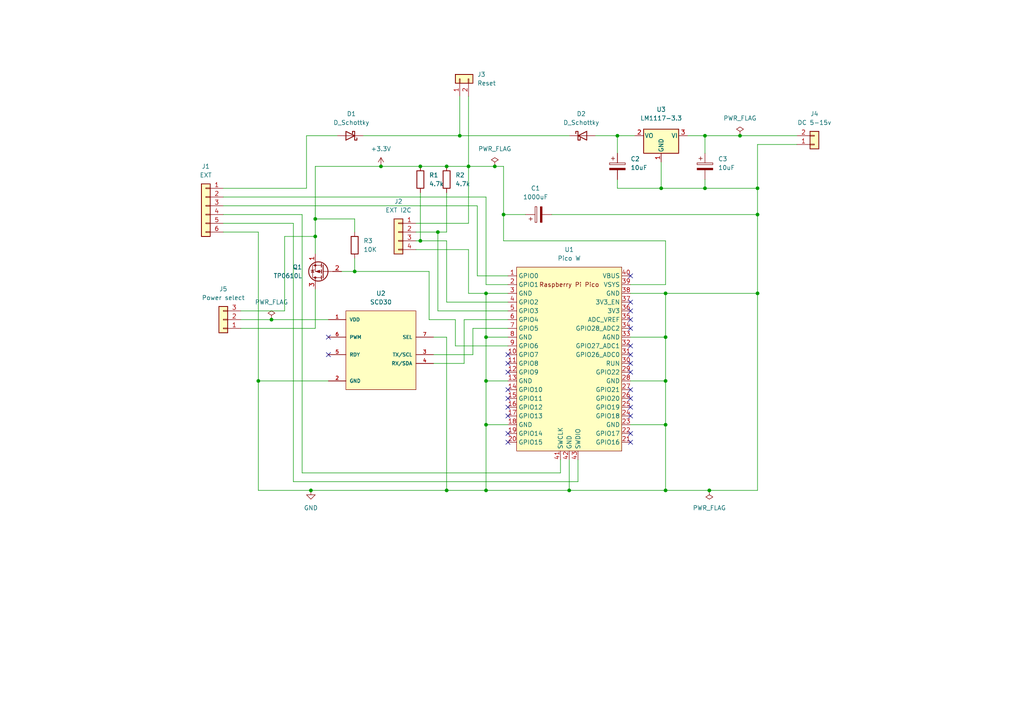
<source format=kicad_sch>
(kicad_sch (version 20211123) (generator eeschema)
  (paper "A4")
  (lib_symbols
    (symbol "Conn_01x02_2" (pin_names (offset 1.016) hide)
      (property "Reference" "J" (at 0 2.54 0))
      (property "Value" "Conn_01x02_2" (at 0 -5.08 0))
      (symbol "Conn_01x02_2_1_1"
        (rectangle (start -1.27 -2.413) (end 0 -2.667) (stroke (width 0.1524)))
        (rectangle (start -1.27 0.127) (end 0 -0.127) (stroke (width 0.1524)))
        (rectangle (start -1.27 1.27) (end 1.27 -3.81) (stroke (width 0.254)) (fill (type background)))
        (pin passive line (at -5.08 0 0) (length 3.81) (name "Pin_1") (number "1"))
        (pin passive line (at -5.08 -2.54 0) (length 3.81) (name "Pin_2") (number "2"))
      )
    )
    (symbol "Conn_01x06_1" (pin_names (offset 1.016) hide)
      (property "Reference" "J" (at 0 7.62 0))
      (property "Value" "Conn_01x06_1" (at 0 -10.16 0))
      (symbol "Conn_01x06_1_1_1"
        (rectangle (start -1.27 -7.493) (end 0 -7.747) (stroke (width 0.1524)))
        (rectangle (start -1.27 -4.953) (end 0 -5.207) (stroke (width 0.1524)))
        (rectangle (start -1.27 -2.413) (end 0 -2.667) (stroke (width 0.1524)))
        (rectangle (start -1.27 0.127) (end 0 -0.127) (stroke (width 0.1524)))
        (rectangle (start -1.27 2.667) (end 0 2.413) (stroke (width 0.1524)))
        (rectangle (start -1.27 5.207) (end 0 4.953) (stroke (width 0.1524)))
        (rectangle (start -1.27 6.35) (end 1.27 -8.89) (stroke (width 0.254)) (fill (type background)))
        (pin passive line (at -5.08 5.08 0) (length 3.81) (name "Pin_1") (number "1"))
        (pin passive line (at -5.08 2.54 0) (length 3.81) (name "Pin_2") (number "2"))
        (pin passive line (at -5.08 0 0) (length 3.81) (name "Pin_3") (number "3"))
        (pin passive line (at -5.08 -2.54 0) (length 3.81) (name "Pin_4") (number "4"))
        (pin passive line (at -5.08 -5.08 0) (length 3.81) (name "Pin_5") (number "5"))
        (pin passive line (at -5.08 -7.62 0) (length 3.81) (name "Pin_6") (number "6"))
      )
    )
    (symbol "Connector_Generic:Conn_01x02" (pin_names (offset 1.016) hide)
      (property "Reference" "J" (at 0 2.54 0))
      (property "Value" "Conn_01x02" (at 0 -5.08 0))
      (symbol "Conn_01x02_1_1"
        (rectangle (start -1.27 -2.413) (end 0 -2.667) (stroke (width 0.1524)))
        (rectangle (start -1.27 0.127) (end 0 -0.127) (stroke (width 0.1524)))
        (rectangle (start -1.27 1.27) (end 1.27 -3.81) (stroke (width 0.254)) (fill (type background)))
        (pin passive line (at -5.08 0 0) (length 3.81) (name "Pin_1") (number "1"))
        (pin passive line (at -5.08 -2.54 0) (length 3.81) (name "Pin_2") (number "2"))
      )
    )
    (symbol "Connector_Generic:Conn_01x03" (pin_names (offset 1.016) hide)
      (property "Reference" "J" (at 0 5.08 0))
      (property "Value" "Conn_01x03" (at 0 -5.08 0))
      (symbol "Conn_01x03_1_1"
        (rectangle (start -1.27 -2.413) (end 0 -2.667) (stroke (width 0.1524)))
        (rectangle (start -1.27 0.127) (end 0 -0.127) (stroke (width 0.1524)))
        (rectangle (start -1.27 2.667) (end 0 2.413) (stroke (width 0.1524)))
        (rectangle (start -1.27 3.81) (end 1.27 -3.81) (stroke (width 0.254)) (fill (type background)))
        (pin passive line (at -5.08 2.54 0) (length 3.81) (name "Pin_1") (number "1"))
        (pin passive line (at -5.08 0 0) (length 3.81) (name "Pin_2") (number "2"))
        (pin passive line (at -5.08 -2.54 0) (length 3.81) (name "Pin_3") (number "3"))
      )
    )
    (symbol "Connector_Generic:Conn_01x04" (pin_names (offset 1.016) hide)
      (property "Reference" "J" (at 0 5.08 0))
      (property "Value" "Conn_01x04" (at 0 -7.62 0))
      (symbol "Conn_01x04_1_1"
        (rectangle (start -1.27 -4.953) (end 0 -5.207) (stroke (width 0.1524)))
        (rectangle (start -1.27 -2.413) (end 0 -2.667) (stroke (width 0.1524)))
        (rectangle (start -1.27 0.127) (end 0 -0.127) (stroke (width 0.1524)))
        (rectangle (start -1.27 2.667) (end 0 2.413) (stroke (width 0.1524)))
        (rectangle (start -1.27 3.81) (end 1.27 -6.35) (stroke (width 0.254)) (fill (type background)))
        (pin passive line (at -5.08 2.54 0) (length 3.81) (name "Pin_1") (number "1"))
        (pin passive line (at -5.08 0 0) (length 3.81) (name "Pin_2") (number "2"))
        (pin passive line (at -5.08 -2.54 0) (length 3.81) (name "Pin_3") (number "3"))
        (pin passive line (at -5.08 -5.08 0) (length 3.81) (name "Pin_4") (number "4"))
      )
    )
    (symbol "Device:C_Polarized" (pin_numbers hide) (pin_names (offset 0.254))
      (property "Reference" "C" (at 0.635 2.54 0))
      (property "Value" "C_Polarized" (at 0.635 -2.54 0))
      (symbol "C_Polarized_0_1"
        (rectangle (start -2.286 0.508) (end 2.286 1.016))
        (polyline (pts (xy -1.778 2.286) (xy -0.762 2.286)))
        (polyline (pts (xy -1.27 2.794) (xy -1.27 1.778)))
        (rectangle (start 2.286 -0.508) (end -2.286 -1.016) (fill (type outline)))
      )
      (symbol "C_Polarized_1_1"
        (pin passive line (at 0 3.81 270) (length 2.794) (name "~") (number "1"))
        (pin passive line (at 0 -3.81 90) (length 2.794) (name "~") (number "2"))
      )
    )
    (symbol "Device:D_Schottky" (pin_numbers hide) (pin_names (offset 1.016) hide)
      (property "Reference" "D" (at 0 2.54 0))
      (property "Value" "D_Schottky" (at 0 -2.54 0))
      (symbol "D_Schottky_0_1"
        (polyline (pts (xy 1.27 0) (xy -1.27 0)))
        (polyline (pts (xy 1.27 1.27) (xy 1.27 -1.27) (xy -1.27 0) (xy 1.27 1.27)) (stroke (width 0.254)))
        (polyline (pts (xy -1.905 0.635) (xy -1.905 1.27) (xy -1.27 1.27) (xy -1.27 -1.27) (xy -0.635 -1.27) (xy -0.635 -0.635)) (stroke (width 0.254)))
      )
      (symbol "D_Schottky_1_1"
        (pin passive line (at -3.81 0 0) (length 2.54) (name "K") (number "1"))
        (pin passive line (at 3.81 0 180) (length 2.54) (name "A") (number "2"))
      )
    )
    (symbol "Device:R" (pin_numbers hide) (pin_names (offset 0))
      (property "Reference" "R" (at 2.032 0 90))
      (property "Value" "R" (at 0 0 90))
      (symbol "R_0_1"
        (rectangle (start -1.016 -2.54) (end 1.016 2.54) (stroke (width 0.254)))
      )
      (symbol "R_1_1"
        (pin passive line (at 0 3.81 270) (length 1.27) (name "~") (number "1"))
        (pin passive line (at 0 -3.81 90) (length 1.27) (name "~") (number "2"))
      )
    )
    (symbol "MCU_RaspberryPi_and_Boards:Pico"
      (property "Reference" "U" (at -13.97 27.94 0))
      (property "Value" "Pico" (at 0 19.05 0))
      (symbol "Pico_0_0"
        (text "Raspberry Pi Pico" (at 0 21.59 0) (effects (font (size 1.27 1.27))))
      )
      (symbol "Pico_0_1"
        (rectangle (start -15.24 26.67) (end 15.24 -26.67) (fill (type background)))
      )
      (symbol "Pico_1_1"
        (pin bidirectional line (at -17.78 24.13 0) (length 2.54) (name "GPIO0") (number "1"))
        (pin bidirectional line (at -17.78 1.27 0) (length 2.54) (name "GPIO7") (number "10"))
        (pin bidirectional line (at -17.78 -1.27 0) (length 2.54) (name "GPIO8") (number "11"))
        (pin bidirectional line (at -17.78 -3.81 0) (length 2.54) (name "GPIO9") (number "12"))
        (pin power_in line (at -17.78 -6.35 0) (length 2.54) (name "GND") (number "13"))
        (pin bidirectional line (at -17.78 -8.89 0) (length 2.54) (name "GPIO10") (number "14"))
        (pin bidirectional line (at -17.78 -11.43 0) (length 2.54) (name "GPIO11") (number "15"))
        (pin bidirectional line (at -17.78 -13.97 0) (length 2.54) (name "GPIO12") (number "16"))
        (pin bidirectional line (at -17.78 -16.51 0) (length 2.54) (name "GPIO13") (number "17"))
        (pin power_in line (at -17.78 -19.05 0) (length 2.54) (name "GND") (number "18"))
        (pin bidirectional line (at -17.78 -21.59 0) (length 2.54) (name "GPIO14") (number "19"))
        (pin bidirectional line (at -17.78 21.59 0) (length 2.54) (name "GPIO1") (number "2"))
        (pin bidirectional line (at -17.78 -24.13 0) (length 2.54) (name "GPIO15") (number "20"))
        (pin bidirectional line (at 17.78 -24.13 180) (length 2.54) (name "GPIO16") (number "21"))
        (pin bidirectional line (at 17.78 -21.59 180) (length 2.54) (name "GPIO17") (number "22"))
        (pin power_in line (at 17.78 -19.05 180) (length 2.54) (name "GND") (number "23"))
        (pin bidirectional line (at 17.78 -16.51 180) (length 2.54) (name "GPIO18") (number "24"))
        (pin bidirectional line (at 17.78 -13.97 180) (length 2.54) (name "GPIO19") (number "25"))
        (pin bidirectional line (at 17.78 -11.43 180) (length 2.54) (name "GPIO20") (number "26"))
        (pin bidirectional line (at 17.78 -8.89 180) (length 2.54) (name "GPIO21") (number "27"))
        (pin power_in line (at 17.78 -6.35 180) (length 2.54) (name "GND") (number "28"))
        (pin bidirectional line (at 17.78 -3.81 180) (length 2.54) (name "GPIO22") (number "29"))
        (pin power_in line (at -17.78 19.05 0) (length 2.54) (name "GND") (number "3"))
        (pin input line (at 17.78 -1.27 180) (length 2.54) (name "RUN") (number "30"))
        (pin bidirectional line (at 17.78 1.27 180) (length 2.54) (name "GPIO26_ADC0") (number "31"))
        (pin bidirectional line (at 17.78 3.81 180) (length 2.54) (name "GPIO27_ADC1") (number "32"))
        (pin power_in line (at 17.78 6.35 180) (length 2.54) (name "AGND") (number "33"))
        (pin bidirectional line (at 17.78 8.89 180) (length 2.54) (name "GPIO28_ADC2") (number "34"))
        (pin power_in line (at 17.78 11.43 180) (length 2.54) (name "ADC_VREF") (number "35"))
        (pin power_in line (at 17.78 13.97 180) (length 2.54) (name "3V3") (number "36"))
        (pin input line (at 17.78 16.51 180) (length 2.54) (name "3V3_EN") (number "37"))
        (pin power_in line (at 17.78 19.05 180) (length 2.54) (name "GND") (number "38"))
        (pin power_in line (at 17.78 21.59 180) (length 2.54) (name "VSYS") (number "39"))
        (pin bidirectional line (at -17.78 16.51 0) (length 2.54) (name "GPIO2") (number "4"))
        (pin power_in line (at 17.78 24.13 180) (length 2.54) (name "VBUS") (number "40"))
        (pin input line (at -2.54 -29.21 90) (length 2.54) (name "SWCLK") (number "41"))
        (pin power_in line (at 0 -29.21 90) (length 2.54) (name "GND") (number "42"))
        (pin bidirectional line (at 2.54 -29.21 90) (length 2.54) (name "SWDIO") (number "43"))
        (pin bidirectional line (at -17.78 13.97 0) (length 2.54) (name "GPIO3") (number "5"))
        (pin bidirectional line (at -17.78 11.43 0) (length 2.54) (name "GPIO4") (number "6"))
        (pin bidirectional line (at -17.78 8.89 0) (length 2.54) (name "GPIO5") (number "7"))
        (pin power_in line (at -17.78 6.35 0) (length 2.54) (name "GND") (number "8"))
        (pin bidirectional line (at -17.78 3.81 0) (length 2.54) (name "GPIO6") (number "9"))
      )
    )
    (symbol "Regulator_Linear:LM1117-3.3" (pin_names (offset 0.254))
      (property "Reference" "U" (at -3.81 3.175 0))
      (property "Value" "LM1117-3.3" (at 0 3.175 0))
      (symbol "LM1117-3.3_0_1"
        (rectangle (start -5.08 -5.08) (end 5.08 1.905) (stroke (width 0.254)) (fill (type background)))
      )
      (symbol "LM1117-3.3_1_1"
        (pin power_in line (at 0 -7.62 90) (length 2.54) (name "GND") (number "1"))
        (pin power_out line (at 7.62 0 180) (length 2.54) (name "VO") (number "2"))
        (pin power_in line (at -7.62 0 0) (length 2.54) (name "VI") (number "3"))
      )
    )
    (symbol "SCD30:SCD30" (pin_names (offset 1.016))
      (property "Reference" "U" (at -10.16 13.462 0))
      (property "Value" "SCD30" (at -10.16 -12.7 0))
      (symbol "SCD30_0_0"
        (rectangle (start -10.16 -10.16) (end 10.16 12.7) (stroke (width 0.1524)) (fill (type background)))
        (pin power_in line (at 15.24 10.16 180) (length 5.08) (name "VDD") (number "1"))
        (pin power_in line (at 15.24 -7.62 180) (length 5.08) (name "GND") (number "2"))
        (pin bidirectional line (at -15.24 0 0) (length 5.08) (name "TX/SCL") (number "3"))
        (pin bidirectional line (at -15.24 -2.54 0) (length 5.08) (name "RX/SDA") (number "4"))
        (pin bidirectional line (at 15.24 0 180) (length 5.08) (name "RDY") (number "5"))
        (pin output line (at 15.24 5.08 180) (length 5.08) (name "PWM") (number "6"))
        (pin input line (at -15.24 5.08 0) (length 5.08) (name "SEL") (number "7"))
      )
    )
    (symbol "Transistor_FET:TP0610L" (pin_names hide)
      (property "Reference" "Q" (at 5.08 1.905 0))
      (property "Value" "TP0610L" (at 5.08 0 0))
      (symbol "TP0610L_0_1"
        (polyline (pts (xy 0.254 0) (xy -2.54 0)))
        (polyline (pts (xy 0.254 1.905) (xy 0.254 -1.905)) (stroke (width 0.254)))
        (polyline (pts (xy 0.762 -1.27) (xy 0.762 -2.286)) (stroke (width 0.254)))
        (polyline (pts (xy 0.762 0.508) (xy 0.762 -0.508)) (stroke (width 0.254)))
        (polyline (pts (xy 0.762 2.286) (xy 0.762 1.27)) (stroke (width 0.254)))
        (polyline (pts (xy 2.54 2.54) (xy 2.54 1.778)))
        (polyline (pts (xy 2.54 -2.54) (xy 2.54 0) (xy 0.762 0)))
        (polyline (pts (xy 0.762 1.778) (xy 3.302 1.778) (xy 3.302 -1.778) (xy 0.762 -1.778)))
        (polyline (pts (xy 2.286 0) (xy 1.27 0.381) (xy 1.27 -0.381) (xy 2.286 0)) (fill (type outline)))
        (polyline (pts (xy 2.794 -0.508) (xy 2.921 -0.381) (xy 3.683 -0.381) (xy 3.81 -0.254)))
        (polyline (pts (xy 3.302 -0.381) (xy 2.921 0.254) (xy 3.683 0.254) (xy 3.302 -0.381)))
        (circle (center 1.651 0) (radius 2.794) (stroke (width 0.254)))
        (circle (center 2.54 -1.778) (radius 0.254) (fill (type outline)))
        (circle (center 2.54 1.778) (radius 0.254) (fill (type outline)))
      )
      (symbol "TP0610L_1_1"
        (pin passive line (at 2.54 -5.08 90) (length 2.54) (name "S") (number "1"))
        (pin input line (at -5.08 0 0) (length 2.54) (name "G") (number "2"))
        (pin passive line (at 2.54 5.08 270) (length 2.54) (name "D") (number "3"))
      )
    )
    (symbol "power:+3.3V" (power) (pin_names (offset 0))
      (property "Value" "+3.3V" (at 0 3.556 0))
      (symbol "+3.3V_0_1"
        (polyline (pts (xy -0.762 1.27) (xy 0 2.54)))
        (polyline (pts (xy 0 0) (xy 0 2.54)))
        (polyline (pts (xy 0 2.54) (xy 0.762 1.27)))
      )
      (symbol "+3.3V_1_1"
        (pin power_in line (at 0 0 90) (length 0) hide (name "+3.3V") (number "1"))
      )
    )
    (symbol "power:GND" (power) (pin_names (offset 0))
      (property "Value" "GND" (at 0 -3.81 0))
      (symbol "GND_0_1"
        (polyline (pts (xy 0 0) (xy 0 -1.27) (xy 1.27 -1.27) (xy 0 -2.54) (xy -1.27 -1.27) (xy 0 -1.27)))
      )
      (symbol "GND_1_1"
        (pin power_in line (at 0 0 270) (length 0) hide (name "GND") (number "1"))
      )
    )
    (symbol "power:PWR_FLAG" (power) (pin_numbers hide) (pin_names (offset 0) hide)
      (property "Value" "PWR_FLAG" (at 0 3.81 0))
      (symbol "PWR_FLAG_0_0"
        (pin power_out line (at 0 0 90) (length 0) (name "pwr") (number "1"))
      )
      (symbol "PWR_FLAG_0_1"
        (polyline (pts (xy 0 0) (xy 0 1.27) (xy -1.016 1.905) (xy 0 2.54) (xy 1.016 1.905) (xy 0 1.27)))
      )
    )
  )
  (junction (at 91.44 68.58))
  (junction (at 204.47 54.61))
  (junction (at 193.04 110.49))
  (junction (at 140.97 142.24))
  (junction (at 140.97 123.19))
  (junction (at 146.05 62.23))
  (junction (at 143.51 48.26))
  (junction (at 121.92 69.85))
  (junction (at 90.17 142.24))
  (junction (at 193.04 142.24))
  (junction (at 121.92 48.26))
  (junction (at 193.04 97.79))
  (junction (at 193.04 123.19))
  (junction (at 193.04 85.09))
  (junction (at 179.07 39.37))
  (junction (at 127 67.31))
  (junction (at 91.44 63.5))
  (junction (at 219.71 54.61))
  (junction (at 219.71 62.23))
  (junction (at 78.74 92.71))
  (junction (at 140.97 97.79))
  (junction (at 74.93 110.49))
  (junction (at 110.49 48.26))
  (junction (at 165.1 142.24))
  (junction (at 219.71 85.09))
  (junction (at 129.54 48.26))
  (junction (at 140.97 85.09))
  (junction (at 102.87 78.74))
  (junction (at 140.97 110.49))
  (junction (at 191.77 54.61))
  (junction (at 135.89 48.26))
  (junction (at 133.35 39.37))
  (junction (at 214.63 39.37))
  (junction (at 204.47 39.37))
  (junction (at 129.54 142.24))
  (junction (at 205.74 142.24))
  (no_connect (at 182.88 87.63))
  (no_connect (at 147.32 102.87))
  (no_connect (at 147.32 105.41))
  (no_connect (at 147.32 120.65))
  (no_connect (at 147.32 107.95))
  (no_connect (at 147.32 113.03))
  (no_connect (at 147.32 115.57))
  (no_connect (at 147.32 118.11))
  (no_connect (at 147.32 128.27))
  (no_connect (at 147.32 125.73))
  (no_connect (at 182.88 102.87))
  (no_connect (at 182.88 105.41))
  (no_connect (at 182.88 107.95))
  (no_connect (at 182.88 125.73))
  (no_connect (at 182.88 128.27))
  (no_connect (at 182.88 118.11))
  (no_connect (at 182.88 120.65))
  (no_connect (at 182.88 100.33))
  (no_connect (at 182.88 113.03))
  (no_connect (at 182.88 115.57))
  (no_connect (at 182.88 92.71))
  (no_connect (at 182.88 95.25))
  (no_connect (at 182.88 90.17))
  (no_connect (at 182.88 80.01))
  (no_connect (at 95.25 102.87))
  (no_connect (at 95.25 97.79))
  (wire (pts (xy 219.71 85.09) (xy 219.71 142.24)))
  (wire (pts (xy 135.89 48.26) (xy 143.51 48.26)))
  (wire (pts (xy 140.97 85.09) (xy 140.97 97.79)))
  (wire (pts (xy 74.93 142.24) (xy 90.17 142.24)))
  (wire (pts (xy 140.97 97.79) (xy 147.32 97.79)))
  (wire (pts (xy 137.16 102.87) (xy 137.16 95.25)))
  (wire (pts (xy 74.93 110.49) (xy 74.93 142.24)))
  (wire (pts (xy 204.47 54.61) (xy 219.71 54.61)))
  (wire (pts (xy 88.9 54.61) (xy 88.9 39.37)))
  (wire (pts (xy 69.85 90.17) (xy 82.55 90.17)))
  (wire (pts (xy 146.05 48.26) (xy 146.05 62.23)))
  (wire (pts (xy 129.54 87.63) (xy 129.54 69.85)))
  (wire (pts (xy 135.89 85.09) (xy 140.97 85.09)))
  (wire (pts (xy 134.62 105.41) (xy 134.62 92.71)))
  (wire (pts (xy 134.62 92.71) (xy 147.32 92.71)))
  (wire (pts (xy 146.05 62.23) (xy 152.4 62.23)))
  (wire (pts (xy 162.56 133.35) (xy 162.56 137.16)))
  (wire (pts (xy 91.44 63.5) (xy 91.44 68.58)))
  (wire (pts (xy 129.54 142.24) (xy 140.97 142.24)))
  (wire (pts (xy 129.54 55.88) (xy 129.54 67.31)))
  (wire (pts (xy 193.04 82.55) (xy 193.04 69.85)))
  (wire (pts (xy 193.04 142.24) (xy 205.74 142.24)))
  (wire (pts (xy 105.41 39.37) (xy 133.35 39.37)))
  (wire (pts (xy 90.17 142.24) (xy 129.54 142.24)))
  (wire (pts (xy 143.51 48.26) (xy 146.05 48.26)))
  (wire (pts (xy 135.89 72.39) (xy 135.89 85.09)))
  (wire (pts (xy 219.71 62.23) (xy 219.71 85.09)))
  (wire (pts (xy 182.88 85.09) (xy 193.04 85.09)))
  (wire (pts (xy 133.35 39.37) (xy 165.1 39.37)))
  (wire (pts (xy 219.71 41.91) (xy 231.14 41.91)))
  (wire (pts (xy 102.87 74.93) (xy 102.87 78.74)))
  (wire (pts (xy 204.47 52.07) (xy 204.47 54.61)))
  (wire (pts (xy 191.77 46.99) (xy 191.77 54.61)))
  (wire (pts (xy 133.35 39.37) (xy 133.35 27.94)))
  (wire (pts (xy 125.73 97.79) (xy 129.54 97.79)))
  (wire (pts (xy 214.63 39.37) (xy 231.14 39.37)))
  (wire (pts (xy 167.64 139.7) (xy 85.09 139.7)))
  (wire (pts (xy 121.92 55.88) (xy 121.92 69.85)))
  (wire (pts (xy 140.97 123.19) (xy 140.97 142.24)))
  (wire (pts (xy 138.43 59.69) (xy 138.43 80.01)))
  (wire (pts (xy 64.77 54.61) (xy 88.9 54.61)))
  (wire (pts (xy 88.9 39.37) (xy 97.79 39.37)))
  (wire (pts (xy 87.63 62.23) (xy 64.77 62.23)))
  (wire (pts (xy 146.05 69.85) (xy 193.04 69.85)))
  (wire (pts (xy 74.93 67.31) (xy 74.93 110.49)))
  (wire (pts (xy 102.87 63.5) (xy 91.44 63.5)))
  (wire (pts (xy 162.56 137.16) (xy 87.63 137.16)))
  (wire (pts (xy 127 90.17) (xy 147.32 90.17)))
  (wire (pts (xy 82.55 90.17) (xy 82.55 68.58)))
  (wire (pts (xy 140.97 142.24) (xy 165.1 142.24)))
  (wire (pts (xy 120.65 69.85) (xy 121.92 69.85)))
  (wire (pts (xy 74.93 110.49) (xy 95.25 110.49)))
  (wire (pts (xy 120.65 72.39) (xy 135.89 72.39)))
  (wire (pts (xy 64.77 59.69) (xy 138.43 59.69)))
  (wire (pts (xy 165.1 133.35) (xy 165.1 142.24)))
  (wire (pts (xy 91.44 95.25) (xy 91.44 83.82)))
  (wire (pts (xy 124.46 92.71) (xy 132.08 92.71)))
  (wire (pts (xy 179.07 39.37) (xy 184.15 39.37)))
  (wire (pts (xy 121.92 69.85) (xy 129.54 69.85)))
  (wire (pts (xy 102.87 78.74) (xy 124.46 78.74)))
  (wire (pts (xy 147.32 82.55) (xy 140.97 82.55)))
  (wire (pts (xy 193.04 97.79) (xy 193.04 110.49)))
  (wire (pts (xy 160.02 62.23) (xy 219.71 62.23)))
  (wire (pts (xy 129.54 48.26) (xy 135.89 48.26)))
  (wire (pts (xy 167.64 133.35) (xy 167.64 139.7)))
  (wire (pts (xy 146.05 62.23) (xy 146.05 69.85)))
  (wire (pts (xy 179.07 39.37) (xy 179.07 44.45)))
  (wire (pts (xy 135.89 64.77) (xy 135.89 48.26)))
  (wire (pts (xy 182.88 110.49) (xy 193.04 110.49)))
  (wire (pts (xy 138.43 80.01) (xy 147.32 80.01)))
  (wire (pts (xy 165.1 142.24) (xy 193.04 142.24)))
  (wire (pts (xy 120.65 67.31) (xy 127 67.31)))
  (wire (pts (xy 182.88 97.79) (xy 193.04 97.79)))
  (wire (pts (xy 205.74 142.24) (xy 219.71 142.24)))
  (wire (pts (xy 99.06 78.74) (xy 102.87 78.74)))
  (wire (pts (xy 193.04 85.09) (xy 193.04 97.79)))
  (wire (pts (xy 179.07 52.07) (xy 179.07 54.61)))
  (wire (pts (xy 132.08 92.71) (xy 132.08 100.33)))
  (wire (pts (xy 182.88 123.19) (xy 193.04 123.19)))
  (wire (pts (xy 110.49 48.26) (xy 121.92 48.26)))
  (wire (pts (xy 91.44 48.26) (xy 110.49 48.26)))
  (wire (pts (xy 64.77 67.31) (xy 74.93 67.31)))
  (wire (pts (xy 127 67.31) (xy 129.54 67.31)))
  (wire (pts (xy 140.97 110.49) (xy 147.32 110.49)))
  (wire (pts (xy 78.74 92.71) (xy 95.25 92.71)))
  (wire (pts (xy 85.09 139.7) (xy 85.09 64.77)))
  (wire (pts (xy 140.97 57.15) (xy 64.77 57.15)))
  (wire (pts (xy 191.77 54.61) (xy 204.47 54.61)))
  (wire (pts (xy 121.92 48.26) (xy 129.54 48.26)))
  (wire (pts (xy 140.97 123.19) (xy 147.32 123.19)))
  (wire (pts (xy 172.72 39.37) (xy 179.07 39.37)))
  (wire (pts (xy 69.85 92.71) (xy 78.74 92.71)))
  (wire (pts (xy 140.97 57.15) (xy 140.97 82.55)))
  (wire (pts (xy 219.71 54.61) (xy 219.71 62.23)))
  (wire (pts (xy 69.85 95.25) (xy 91.44 95.25)))
  (wire (pts (xy 120.65 64.77) (xy 135.89 64.77)))
  (wire (pts (xy 199.39 39.37) (xy 204.47 39.37)))
  (wire (pts (xy 140.97 97.79) (xy 140.97 110.49)))
  (wire (pts (xy 124.46 78.74) (xy 124.46 92.71)))
  (wire (pts (xy 132.08 100.33) (xy 147.32 100.33)))
  (wire (pts (xy 102.87 67.31) (xy 102.87 63.5)))
  (wire (pts (xy 129.54 97.79) (xy 129.54 142.24)))
  (wire (pts (xy 125.73 105.41) (xy 134.62 105.41)))
  (wire (pts (xy 137.16 95.25) (xy 147.32 95.25)))
  (wire (pts (xy 140.97 110.49) (xy 140.97 123.19)))
  (wire (pts (xy 91.44 68.58) (xy 91.44 73.66)))
  (wire (pts (xy 204.47 39.37) (xy 204.47 44.45)))
  (wire (pts (xy 147.32 85.09) (xy 140.97 85.09)))
  (wire (pts (xy 127 67.31) (xy 127 90.17)))
  (wire (pts (xy 135.89 27.94) (xy 135.89 48.26)))
  (wire (pts (xy 204.47 39.37) (xy 214.63 39.37)))
  (wire (pts (xy 91.44 68.58) (xy 82.55 68.58)))
  (wire (pts (xy 193.04 85.09) (xy 219.71 85.09)))
  (wire (pts (xy 64.77 64.77) (xy 85.09 64.77)))
  (wire (pts (xy 182.88 82.55) (xy 193.04 82.55)))
  (wire (pts (xy 179.07 54.61) (xy 191.77 54.61)))
  (wire (pts (xy 125.73 102.87) (xy 137.16 102.87)))
  (wire (pts (xy 91.44 63.5) (xy 91.44 48.26)))
  (wire (pts (xy 219.71 41.91) (xy 219.71 54.61)))
  (wire (pts (xy 147.32 87.63) (xy 129.54 87.63)))
  (wire (pts (xy 87.63 137.16) (xy 87.63 62.23)))
  (wire (pts (xy 193.04 123.19) (xy 193.04 142.24)))
  (wire (pts (xy 193.04 110.49) (xy 193.04 123.19)))
  (symbol (lib_id "power:PWR_FLAG") (at 143.51 48.26 0) (unit 1)
    (property "Reference" "#FLG0101" (effects hide))
    (property "Value" "PWR_FLAG" (at 143.51 43.18 0))
  )
  (symbol (lib_id "power:PWR_FLAG") (at 205.74 142.24 0) (mirror x) (unit 1)
    (property "Reference" "#FLG0102" (effects hide))
    (property "Value" "PWR_FLAG" (at 205.74 147.32 0))
  )
  (symbol (lib_id "power:PWR_FLAG") (at 78.74 92.71 0) (unit 1)
    (property "Reference" "#FLG0104" (effects hide))
    (property "Value" "PWR_FLAG" (at 78.74 87.63 0))
  )
  (symbol (lib_id "Device:R") (at 129.54 52.07 0) (unit 1)
    (property "Reference" "R2" (at 132.08 50.7999 0) (effects (justify left)))
    (property "Value" "4.7k" (at 132.08 53.3399 0) (effects (justify left)))
    (property "Footprint" "Resistor_THT:R_Axial_DIN0207_L6.3mm_D2.5mm_P7.62mm_Horizontal" (effects hide))
  )
  (symbol (lib_id "Transistor_FET:TP0610L") (at 93.98 78.74 180) (unit 1)
    (property "Reference" "Q1" (at 87.63 77.4699 0) (effects (justify left)))
    (property "Value" "TP0610L" (at 87.63 80.0099 0) (effects (justify left)))
    (property "Footprint" "Package_TO_SOT_THT:TO-92L_Inline" (effects hide))
    (property "Datasheet" "http://www.vishay.com/docs/70209/70209.pdf" (effects hide))
  )
  (symbol (lib_id "Device:D_Schottky") (at 101.6 39.37 180) (unit 1)
    (property "Reference" "D1" (at 101.9175 33.02 0))
    (property "Value" "D_Schottky" (at 101.9175 35.56 0))
    (property "Footprint" "Diode_THT:D_DO-35_SOD27_P7.62mm_Horizontal" (effects hide))
  )
  (symbol (lib_id "Device:C_Polarized") (at 156.21 62.23 90) (unit 1)
    (property "Reference" "C1" (at 155.321 54.61 90))
    (property "Value" "1000uF" (at 155.321 57.15 90))
    (property "Footprint" "Capacitor_THT:CP_Radial_D12.5mm_P5.00mm" (effects hide))
  )
  (symbol (lib_id "Device:R") (at 121.92 52.07 0) (unit 1)
    (property "Reference" "R1" (at 124.46 50.7999 0) (effects (justify left)))
    (property "Value" "4.7k" (at 124.46 53.3399 0) (effects (justify left)))
    (property "Footprint" "Resistor_THT:R_Axial_DIN0207_L6.3mm_D2.5mm_P7.62mm_Horizontal" (effects hide))
  )
  (symbol (lib_id "power:PWR_FLAG") (at 214.63 39.37 0) (unit 1)
    (property "Reference" "#FLG0103" (effects hide))
    (property "Value" "PWR_FLAG" (at 214.63 34.29 0))
  )
  (symbol (lib_name "Conn_01x06_1") (lib_id "Connector_Generic:Conn_01x06") (at 59.69 59.69 0) (mirror y) (unit 1)
    (property "Reference" "J1" (at 59.69 48.26 0))
    (property "Value" "EXT" (at 59.69 50.8 0))
    (property "Footprint" "Connector_JST:JST_XH_B6B-XH-A_1x06_P2.50mm_Vertical" (effects hide))
  )
  (symbol (lib_name "Conn_01x02_2") (lib_id "Connector_Generic:Conn_01x02") (at 236.22 41.91 0) (mirror x) (unit 1)
    (property "Reference" "J4" (at 236.22 33.02 0))
    (property "Value" "DC 5-15v" (at 236.22 35.56 0))
    (property "Footprint" "Connector_JST:JST_XH_B2B-XH-A_1x02_P2.50mm_Vertical" (effects hide))
  )
  (symbol (lib_id "Connector_Generic:Conn_01x03") (at 64.77 92.71 180) (unit 1)
    (property "Reference" "J5" (at 64.77 83.82 0))
    (property "Value" "Power select" (at 64.77 86.36 0))
    (property "Footprint" "Connector_PinHeader_2.54mm:PinHeader_1x03_P2.54mm_Vertical" (effects hide))
  )
  (symbol (lib_id "Device:R") (at 102.87 71.12 0) (unit 1)
    (property "Reference" "R3" (at 105.41 69.8499 0) (effects (justify left)))
    (property "Value" "10K" (at 105.41 72.3899 0) (effects (justify left)))
    (property "Footprint" "Resistor_THT:R_Axial_DIN0207_L6.3mm_D2.5mm_P7.62mm_Horizontal" (effects hide))
  )
  (symbol (lib_id "SCD30:SCD30") (at 110.49 102.87 0) (mirror y) (unit 1)
    (property "Reference" "U2" (at 110.49 85.09 0))
    (property "Value" "SCD30" (at 110.49 87.63 0))
    (property "Footprint" "SCD30:MODULE_SCD30" (effects hide))
    (property "PARTREV" "D1" (effects hide))
    (property "STANDARD" "Manufacturer Recommendations" (effects hide))
    (property "MAXIMUM_PACKAGE_HEIGHT" "7.0mm" (effects hide))
    (property "MANUFACTURER" "Sensirion" (effects hide))
  )
  (symbol (lib_id "Connector_Generic:Conn_01x04") (at 115.57 67.31 0) (mirror y) (unit 1)
    (property "Reference" "J2" (at 115.57 58.42 0))
    (property "Value" "EXT I2C" (at 115.57 60.96 0))
    (property "Footprint" "Connector_JST:JST_XH_B4B-XH-A_1x04_P2.50mm_Vertical" (effects hide))
  )
  (symbol (lib_id "power:+3.3V") (at 110.49 48.26 0) (unit 1)
    (property "Reference" "#PWR0101" (effects hide))
    (property "Value" "+3.3V" (at 110.49 43.18 0))
  )
  (symbol (lib_id "Device:C_Polarized") (at 204.47 48.26 0) (unit 1)
    (property "Reference" "C3" (at 208.28 46.1009 0) (effects (justify left)))
    (property "Value" "10uF" (at 208.28 48.6409 0) (effects (justify left)))
    (property "Footprint" "Capacitor_THT:C_Radial_D6.3mm_H5.0mm_P2.50mm" (effects hide))
  )
  (symbol (lib_id "Connector_Generic:Conn_01x02") (at 133.35 22.86 90) (unit 1)
    (property "Reference" "J3" (at 138.43 21.5899 90) (effects (justify right)))
    (property "Value" "Reset" (at 138.43 24.1299 90) (effects (justify right)))
    (property "Footprint" "Connector_JST:JST_XH_B2B-XH-A_1x02_P2.50mm_Vertical" (effects hide))
  )
  (symbol (lib_id "Regulator_Linear:LM1117-3.3") (at 191.77 39.37 0) (mirror y) (unit 1)
    (property "Reference" "U3" (at 191.77 31.75 0))
    (property "Value" "LM1117-3.3" (at 191.77 34.29 0))
    (property "Footprint" "Package_TO_SOT_THT:TO-220-3_Horizontal_TabDown" (effects hide))
    (property "Datasheet" "http://www.ti.com/lit/ds/symlink/lm1117.pdf" (effects hide))
  )
  (symbol (lib_id "power:GND") (at 90.17 142.24 0) (unit 1)
    (property "Reference" "#PWR01" (effects hide))
    (property "Value" "GND" (at 90.17 147.32 0))
  )
  (symbol (lib_id "MCU_RaspberryPi_and_Boards:Pico") (at 165.1 104.14 0) (unit 1)
    (property "Reference" "U1" (at 165.1 72.39 0))
    (property "Value" "Pico W" (at 165.1 74.93 0))
    (property "Footprint" "Pico W:RPi_PicoW_SMD_TH" (effects hide))
  )
  (symbol (lib_id "Device:C_Polarized") (at 179.07 48.26 0) (unit 1)
    (property "Reference" "C2" (at 182.88 46.1009 0) (effects (justify left)))
    (property "Value" "10uF" (at 182.88 48.6409 0) (effects (justify left)))
    (property "Footprint" "Capacitor_THT:C_Radial_D6.3mm_H5.0mm_P2.50mm" (effects hide))
  )
  (symbol (lib_id "Device:D_Schottky") (at 168.91 39.37 0) (unit 1)
    (property "Reference" "D2" (at 168.5925 33.02 0))
    (property "Value" "D_Schottky" (at 168.5925 35.56 0))
    (property "Footprint" "Diode_THT:D_DO-35_SOD27_P7.62mm_Horizontal" (effects hide))
  )
)
</source>
